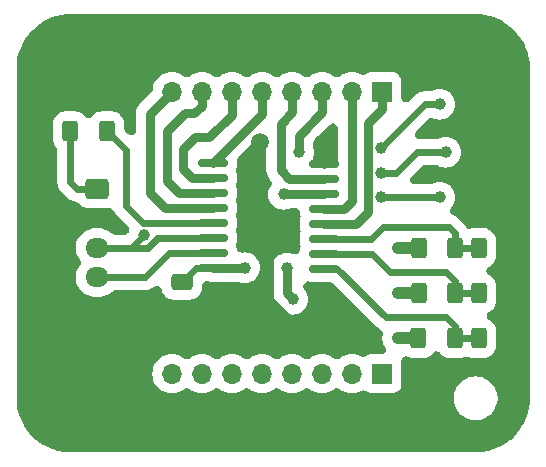
<source format=gbr>
%TF.GenerationSoftware,KiCad,Pcbnew,8.0.5*%
%TF.CreationDate,2025-02-12T18:39:00+02:00*%
%TF.ProjectId,IOExpander_PCF8574,494f4578-7061-46e6-9465-725f50434638,rev?*%
%TF.SameCoordinates,Original*%
%TF.FileFunction,Copper,L1,Top*%
%TF.FilePolarity,Positive*%
%FSLAX46Y46*%
G04 Gerber Fmt 4.6, Leading zero omitted, Abs format (unit mm)*
G04 Created by KiCad (PCBNEW 8.0.5) date 2025-02-12 18:39:00*
%MOMM*%
%LPD*%
G01*
G04 APERTURE LIST*
G04 Aperture macros list*
%AMRoundRect*
0 Rectangle with rounded corners*
0 $1 Rounding radius*
0 $2 $3 $4 $5 $6 $7 $8 $9 X,Y pos of 4 corners*
0 Add a 4 corners polygon primitive as box body*
4,1,4,$2,$3,$4,$5,$6,$7,$8,$9,$2,$3,0*
0 Add four circle primitives for the rounded corners*
1,1,$1+$1,$2,$3*
1,1,$1+$1,$4,$5*
1,1,$1+$1,$6,$7*
1,1,$1+$1,$8,$9*
0 Add four rect primitives between the rounded corners*
20,1,$1+$1,$2,$3,$4,$5,0*
20,1,$1+$1,$4,$5,$6,$7,0*
20,1,$1+$1,$6,$7,$8,$9,0*
20,1,$1+$1,$8,$9,$2,$3,0*%
G04 Aperture macros list end*
%TA.AperFunction,SMDPad,CuDef*%
%ADD10RoundRect,0.250000X0.650000X-0.412500X0.650000X0.412500X-0.650000X0.412500X-0.650000X-0.412500X0*%
%TD*%
%TA.AperFunction,ComponentPad*%
%ADD11RoundRect,0.250000X-0.725000X0.600000X-0.725000X-0.600000X0.725000X-0.600000X0.725000X0.600000X0*%
%TD*%
%TA.AperFunction,ComponentPad*%
%ADD12O,1.950000X1.700000*%
%TD*%
%TA.AperFunction,SMDPad,CuDef*%
%ADD13RoundRect,0.250000X-0.400000X-0.625000X0.400000X-0.625000X0.400000X0.625000X-0.400000X0.625000X0*%
%TD*%
%TA.AperFunction,SMDPad,CuDef*%
%ADD14RoundRect,0.150000X1.100000X0.150000X-1.100000X0.150000X-1.100000X-0.150000X1.100000X-0.150000X0*%
%TD*%
%TA.AperFunction,ComponentPad*%
%ADD15R,1.700000X1.700000*%
%TD*%
%TA.AperFunction,ComponentPad*%
%ADD16O,1.700000X1.700000*%
%TD*%
%TA.AperFunction,ViaPad*%
%ADD17C,1.500000*%
%TD*%
%TA.AperFunction,ViaPad*%
%ADD18C,1.000000*%
%TD*%
%TA.AperFunction,Conductor*%
%ADD19C,0.600000*%
%TD*%
%TA.AperFunction,Conductor*%
%ADD20C,0.800000*%
%TD*%
%TA.AperFunction,Conductor*%
%ADD21C,1.000000*%
%TD*%
%TA.AperFunction,Conductor*%
%ADD22C,1.500000*%
%TD*%
G04 APERTURE END LIST*
D10*
%TO.P,C2,1*%
%TO.N,GND*%
X91948000Y-60617500D03*
%TO.P,C2,2*%
%TO.N,5V*%
X91948000Y-57492500D03*
%TD*%
D11*
%TO.P,J1,1,Pin_1*%
%TO.N,5V*%
X84774000Y-49561200D03*
D12*
%TO.P,J1,2,Pin_2*%
%TO.N,GND*%
X84774000Y-52061200D03*
%TO.P,J1,3,Pin_3*%
%TO.N,/SCL*%
X84774000Y-54561200D03*
%TO.P,J1,4,Pin_4*%
%TO.N,/SDA*%
X84774000Y-57061200D03*
%TD*%
D13*
%TO.P,R16,1*%
%TO.N,/2_A2*%
X117094000Y-54598000D03*
%TO.P,R16,2*%
%TO.N,GND*%
X120194000Y-54598000D03*
%TD*%
%TO.P,R15,1*%
%TO.N,5V*%
X111988000Y-62230000D03*
%TO.P,R15,2*%
%TO.N,/2_A0*%
X115088000Y-62230000D03*
%TD*%
%TO.P,R14,1*%
%TO.N,5V*%
X112014000Y-58420000D03*
%TO.P,R14,2*%
%TO.N,/2_A1*%
X115114000Y-58420000D03*
%TD*%
%TO.P,R13,1*%
%TO.N,5V*%
X112014000Y-54610000D03*
%TO.P,R13,2*%
%TO.N,/2_A2*%
X115114000Y-54610000D03*
%TD*%
D14*
%TO.P,U2,1,A0*%
%TO.N,/2_A0*%
X103987600Y-56337200D03*
%TO.P,U2,2,A1*%
%TO.N,/2_A1*%
X103987600Y-55067200D03*
%TO.P,U2,3,A2*%
%TO.N,/2_A2*%
X103987600Y-53797200D03*
%TO.P,U2,4,P0*%
%TO.N,Net-(J3-Pin_1)*%
X103987600Y-52527200D03*
%TO.P,U2,5,P1*%
%TO.N,Net-(J3-Pin_2)*%
X103987600Y-51257200D03*
%TO.P,U2,6,P2*%
%TO.N,Net-(J3-Pin_3)*%
X103987600Y-49987200D03*
%TO.P,U2,7,P3*%
%TO.N,Net-(J3-Pin_4)*%
X103987600Y-48717200D03*
%TO.P,U2,8,VSS*%
%TO.N,GND*%
X103987600Y-47447200D03*
%TO.P,U2,9,P4*%
%TO.N,Net-(J3-Pin_5)*%
X94589600Y-47396400D03*
%TO.P,U2,10,P5*%
%TO.N,Net-(J3-Pin_6)*%
X94589600Y-48666400D03*
%TO.P,U2,11,P6*%
%TO.N,Net-(J3-Pin_7)*%
X94589600Y-49936400D03*
%TO.P,U2,12,P7*%
%TO.N,Net-(J3-Pin_8)*%
X94589600Y-51206400D03*
%TO.P,U2,13,~{INT}*%
%TO.N,Net-(U2-~{INT})*%
X94589600Y-52476400D03*
%TO.P,U2,14,SCL*%
%TO.N,/SCL*%
X94589600Y-53746400D03*
%TO.P,U2,15,SDA*%
%TO.N,/SDA*%
X94589600Y-55016400D03*
%TO.P,U2,16,VDD*%
%TO.N,5V*%
X94589600Y-56286400D03*
%TD*%
D13*
%TO.P,R18,1*%
%TO.N,/2_A0*%
X117094000Y-62230000D03*
%TO.P,R18,2*%
%TO.N,GND*%
X120194000Y-62230000D03*
%TD*%
%TO.P,R6,1*%
%TO.N,5V*%
X82524000Y-44704000D03*
%TO.P,R6,2*%
%TO.N,Net-(U2-~{INT})*%
X85624000Y-44704000D03*
%TD*%
%TO.P,R17,1*%
%TO.N,/2_A1*%
X117094000Y-58432000D03*
%TO.P,R17,2*%
%TO.N,GND*%
X120194000Y-58432000D03*
%TD*%
D15*
%TO.P,J2,1,Pin_1*%
%TO.N,Net-(J2-Pin_1)*%
X108904000Y-65240000D03*
D16*
%TO.P,J2,2,Pin_2*%
%TO.N,Net-(J2-Pin_2)*%
X106364000Y-65240000D03*
%TO.P,J2,3,Pin_3*%
%TO.N,Net-(J2-Pin_3)*%
X103824000Y-65240000D03*
%TO.P,J2,4,Pin_4*%
%TO.N,Net-(J2-Pin_4)*%
X101284000Y-65240000D03*
%TO.P,J2,5,Pin_5*%
%TO.N,Net-(J2-Pin_5)*%
X98744000Y-65240000D03*
%TO.P,J2,6,Pin_6*%
%TO.N,Net-(J2-Pin_6)*%
X96204000Y-65240000D03*
%TO.P,J2,7,Pin_7*%
%TO.N,Net-(J2-Pin_7)*%
X93664000Y-65240000D03*
%TO.P,J2,8,Pin_8*%
%TO.N,Net-(J2-Pin_8)*%
X91124000Y-65240000D03*
%TD*%
D15*
%TO.P,J3,1,Pin_1*%
%TO.N,Net-(J3-Pin_1)*%
X108904000Y-41364000D03*
D16*
%TO.P,J3,2,Pin_2*%
%TO.N,Net-(J3-Pin_2)*%
X106364000Y-41364000D03*
%TO.P,J3,3,Pin_3*%
%TO.N,Net-(J3-Pin_3)*%
X103824000Y-41364000D03*
%TO.P,J3,4,Pin_4*%
%TO.N,Net-(J3-Pin_4)*%
X101284000Y-41364000D03*
%TO.P,J3,5,Pin_5*%
%TO.N,Net-(J3-Pin_5)*%
X98744000Y-41364000D03*
%TO.P,J3,6,Pin_6*%
%TO.N,Net-(J3-Pin_6)*%
X96204000Y-41364000D03*
%TO.P,J3,7,Pin_7*%
%TO.N,Net-(J3-Pin_7)*%
X93664000Y-41364000D03*
%TO.P,J3,8,Pin_8*%
%TO.N,Net-(J3-Pin_8)*%
X91124000Y-41364000D03*
%TD*%
D17*
%TO.N,GND*%
X100584000Y-53086000D03*
D18*
%TO.N,Net-(J2-Pin_3)*%
X101346000Y-58928000D03*
X100863400Y-56286400D03*
%TO.N,Net-(J3-Pin_3)*%
X101854000Y-46482000D03*
X100584000Y-50038000D03*
%TO.N,/SCL*%
X88773000Y-53467000D03*
%TO.N,5V*%
X110236000Y-62230000D03*
X110236000Y-58420000D03*
X110236000Y-54610000D03*
X97282000Y-56261000D03*
%TO.N,/1_A1*%
X108839000Y-48260000D03*
X114300000Y-46482000D03*
%TO.N,/1_A0*%
X108839000Y-46101000D03*
X113792000Y-42418000D03*
%TO.N,/1_A2*%
X113792000Y-50292000D03*
X108839000Y-50292000D03*
D17*
%TO.N,GND*%
X83439000Y-65151000D03*
X98552000Y-45593000D03*
X84582000Y-62738000D03*
X120142000Y-41910000D03*
X85725000Y-65151000D03*
X82296000Y-62738000D03*
X103886000Y-60960000D03*
X80264000Y-44450000D03*
X103886000Y-45720000D03*
%TD*%
D19*
%TO.N,/1_A0*%
X112522000Y-42418000D02*
X113792000Y-42418000D01*
X108839000Y-46101000D02*
X112522000Y-42418000D01*
D20*
%TO.N,Net-(J2-Pin_3)*%
X100838000Y-56311800D02*
X100838000Y-58420000D01*
X100838000Y-58420000D02*
X101346000Y-58928000D01*
X100863400Y-56286400D02*
X100838000Y-56311800D01*
%TO.N,Net-(J3-Pin_2)*%
X105714800Y-51257200D02*
X103987600Y-51257200D01*
X106364000Y-50608000D02*
X105714800Y-51257200D01*
X106364000Y-41364000D02*
X106364000Y-50608000D01*
%TO.N,Net-(J3-Pin_7)*%
X93664000Y-42545000D02*
X93664000Y-41364000D01*
X94589600Y-49936400D02*
X91719400Y-49936400D01*
X91719400Y-49936400D02*
X90678000Y-48895000D01*
X93029000Y-43180000D02*
X93664000Y-42545000D01*
X90678000Y-48895000D02*
X90678000Y-44704000D01*
X90678000Y-44704000D02*
X92202000Y-43180000D01*
X92202000Y-43180000D02*
X93029000Y-43180000D01*
%TO.N,Net-(J3-Pin_1)*%
X106730800Y-52527200D02*
X107696000Y-51562000D01*
X103987600Y-52527200D02*
X106730800Y-52527200D01*
X107696000Y-51562000D02*
X107696000Y-44007000D01*
X108904000Y-42799000D02*
X108904000Y-41364000D01*
X107696000Y-44007000D02*
X108904000Y-42799000D01*
%TO.N,Net-(J3-Pin_5)*%
X98744000Y-43242000D02*
X98744000Y-41364000D01*
X94589600Y-47396400D02*
X98744000Y-43242000D01*
%TO.N,Net-(J3-Pin_6)*%
X94299000Y-45212000D02*
X96204000Y-43307000D01*
X92075000Y-47879000D02*
X92075000Y-46228000D01*
X96204000Y-43307000D02*
X96204000Y-41364000D01*
X92862400Y-48666400D02*
X92075000Y-47879000D01*
X94589600Y-48666400D02*
X92862400Y-48666400D01*
X93091000Y-45212000D02*
X94299000Y-45212000D01*
X92075000Y-46228000D02*
X93091000Y-45212000D01*
%TO.N,Net-(J3-Pin_8)*%
X89281000Y-43207000D02*
X91124000Y-41364000D01*
X90576400Y-51206400D02*
X89281000Y-49911000D01*
X94589600Y-51206400D02*
X90576400Y-51206400D01*
X89281000Y-49911000D02*
X89281000Y-43207000D01*
%TO.N,Net-(J3-Pin_3)*%
X101854000Y-46482000D02*
X101854000Y-45085000D01*
X103987600Y-49987200D02*
X101269800Y-49987200D01*
X101854000Y-45085000D02*
X103824000Y-43115000D01*
X103987600Y-49987200D02*
X100634800Y-49987200D01*
X103824000Y-43115000D02*
X103824000Y-41364000D01*
X100634800Y-49987200D02*
X100584000Y-50038000D01*
%TO.N,Net-(J3-Pin_4)*%
X100330000Y-44069000D02*
X100330000Y-48006000D01*
X101284000Y-41364000D02*
X101284000Y-43115000D01*
X100330000Y-48006000D02*
X101041200Y-48717200D01*
X101284000Y-43115000D02*
X100330000Y-44069000D01*
X101041200Y-48717200D02*
X103987600Y-48717200D01*
D19*
%TO.N,/SCL*%
X88773000Y-53467000D02*
X87678800Y-54561200D01*
X87678800Y-54561200D02*
X87424800Y-54561200D01*
X87424800Y-54561200D02*
X89075800Y-54561200D01*
X84774000Y-54561200D02*
X88978200Y-54561200D01*
X94589600Y-53746400D02*
X89890600Y-53746400D01*
X89890600Y-53746400D02*
X89075800Y-54561200D01*
X88978200Y-54561200D02*
X89075800Y-54561200D01*
X87424800Y-54561200D02*
X84774000Y-54561200D01*
D21*
%TO.N,5V*%
X112014000Y-54610000D02*
X110236000Y-54610000D01*
D20*
X97282000Y-56261000D02*
X94615000Y-56261000D01*
D19*
X84805200Y-49530000D02*
X84774000Y-49561200D01*
X94589600Y-56286400D02*
X93154100Y-56286400D01*
X82524000Y-44704000D02*
X82524000Y-48996000D01*
X82524000Y-48996000D02*
X83089200Y-49561200D01*
D20*
X97282000Y-56261000D02*
X96647000Y-56261000D01*
D19*
X93154100Y-56286400D02*
X91948000Y-57492500D01*
D21*
X112014000Y-58420000D02*
X110236000Y-58420000D01*
X111988000Y-62230000D02*
X110236000Y-62230000D01*
D19*
X96647000Y-56261000D02*
X94615000Y-56261000D01*
D20*
X94615000Y-56261000D02*
X94589600Y-56286400D01*
D19*
X83089200Y-49561200D02*
X84774000Y-49561200D01*
%TO.N,/SDA*%
X90906600Y-55016400D02*
X90233500Y-55689500D01*
X88861800Y-57061200D02*
X90233500Y-55689500D01*
X84774000Y-57061200D02*
X88861800Y-57061200D01*
X94589600Y-55016400D02*
X90906600Y-55016400D01*
%TO.N,Net-(U2-~{INT})*%
X88646000Y-52451000D02*
X87249000Y-51054000D01*
X94589600Y-52476400D02*
X94361000Y-52476400D01*
X87249000Y-46329000D02*
X85624000Y-44704000D01*
X94335600Y-52451000D02*
X88646000Y-52451000D01*
X94361000Y-52476400D02*
X94335600Y-52451000D01*
X87249000Y-51054000D02*
X87249000Y-46329000D01*
%TO.N,/1_A1*%
X110109000Y-48260000D02*
X111887000Y-46482000D01*
X111887000Y-46482000D02*
X114300000Y-46482000D01*
X108839000Y-48260000D02*
X110109000Y-48260000D01*
%TO.N,/1_A2*%
X108839000Y-50292000D02*
X113792000Y-50292000D01*
D22*
%TO.N,GND*%
X82033200Y-52061200D02*
X84774000Y-52061200D01*
X120194000Y-58432000D02*
X120194000Y-54598000D01*
D20*
X86233000Y-61087000D02*
X85661500Y-61658500D01*
D21*
X98552000Y-45593000D02*
X98552000Y-54864000D01*
X99244000Y-59112000D02*
X101092000Y-60960000D01*
D19*
X91948000Y-60617500D02*
X96558500Y-60617500D01*
D22*
X80264000Y-44450000D02*
X80264000Y-50292000D01*
D19*
X83439000Y-65151000D02*
X85725000Y-65151000D01*
X102362000Y-60960000D02*
X96901000Y-60960000D01*
D21*
X99244000Y-55556000D02*
X99244000Y-59112000D01*
D22*
X80264000Y-50292000D02*
X82033200Y-52061200D01*
D20*
X86702500Y-60617500D02*
X85661500Y-61658500D01*
D21*
X101092000Y-60960000D02*
X103886000Y-60960000D01*
D19*
X86702500Y-60617500D02*
X86233000Y-61087000D01*
D22*
X120194000Y-62230000D02*
X120194000Y-58432000D01*
D20*
X103987600Y-47447200D02*
X103987600Y-45821600D01*
D22*
X120194000Y-41962000D02*
X120142000Y-41910000D01*
D21*
X101092000Y-60960000D02*
X102362000Y-60960000D01*
D19*
X82296000Y-62738000D02*
X84582000Y-62738000D01*
D20*
X85661500Y-61658500D02*
X84582000Y-62738000D01*
D22*
X120194000Y-42216000D02*
X120194000Y-41962000D01*
D21*
X98552000Y-54864000D02*
X99244000Y-55556000D01*
D20*
X103987600Y-45821600D02*
X103886000Y-45720000D01*
D22*
X120194000Y-54598000D02*
X120194000Y-42216000D01*
D19*
X85725000Y-65151000D02*
X85725000Y-63881000D01*
X96558500Y-60617500D02*
X96901000Y-60960000D01*
D20*
X91948000Y-60617500D02*
X86702500Y-60617500D01*
D19*
X85725000Y-63881000D02*
X84582000Y-62738000D01*
%TO.N,/2_A2*%
X114554000Y-52832000D02*
X115062000Y-53340000D01*
X103987600Y-53797200D02*
X108000800Y-53797200D01*
X108966000Y-52832000D02*
X114554000Y-52832000D01*
X115062000Y-53340000D02*
X115062000Y-54558000D01*
X115062000Y-54558000D02*
X115114000Y-54610000D01*
X117094000Y-54598000D02*
X115126000Y-54598000D01*
X115126000Y-54598000D02*
X115114000Y-54610000D01*
X108000800Y-53797200D02*
X108966000Y-52832000D01*
%TO.N,/2_A1*%
X108026200Y-55067200D02*
X109601000Y-56642000D01*
X115126000Y-58432000D02*
X115114000Y-58420000D01*
X117094000Y-58432000D02*
X115126000Y-58432000D01*
X109601000Y-56642000D02*
X114352000Y-56642000D01*
X103987600Y-55067200D02*
X108026200Y-55067200D01*
X115114000Y-57404000D02*
X115114000Y-58420000D01*
X114352000Y-56642000D02*
X115114000Y-57404000D01*
%TO.N,/2_A0*%
X117094000Y-62230000D02*
X115088000Y-62230000D01*
X105105200Y-56337200D02*
X109220000Y-60452000D01*
X115088000Y-61188000D02*
X115088000Y-62230000D01*
X103987600Y-56337200D02*
X105105200Y-56337200D01*
X109220000Y-60452000D02*
X114352000Y-60452000D01*
X114352000Y-60452000D02*
X115088000Y-61188000D01*
%TD*%
%TA.AperFunction,Conductor*%
%TO.N,GND*%
G36*
X104945642Y-44081023D02*
G01*
X105046636Y-44154399D01*
X105120012Y-44255393D01*
X105158588Y-44374118D01*
X105163500Y-44436535D01*
X105163500Y-47217700D01*
X105143972Y-47340998D01*
X105087298Y-47452226D01*
X104999026Y-47540498D01*
X104887798Y-47597172D01*
X104764500Y-47616700D01*
X104548704Y-47616700D01*
X104425409Y-47597172D01*
X104380253Y-47582500D01*
X104268723Y-47546261D01*
X104268719Y-47546260D01*
X104268718Y-47546260D01*
X104082081Y-47516700D01*
X104082078Y-47516700D01*
X103432760Y-47516700D01*
X103309462Y-47497172D01*
X103198234Y-47440498D01*
X103109962Y-47352226D01*
X103053288Y-47240998D01*
X103033760Y-47117700D01*
X103053288Y-46994402D01*
X103071142Y-46949077D01*
X103072409Y-46946358D01*
X103080739Y-46928496D01*
X103139635Y-46708692D01*
X103159468Y-46482000D01*
X103139635Y-46255308D01*
X103080739Y-46035504D01*
X103080737Y-46035501D01*
X103078562Y-46029523D01*
X103077045Y-46021719D01*
X103076230Y-46018677D01*
X103076442Y-46018619D01*
X103054743Y-45906981D01*
X103054500Y-45893058D01*
X103054500Y-45747535D01*
X103074028Y-45624237D01*
X103130702Y-45513009D01*
X103171364Y-45465399D01*
X104482364Y-44154399D01*
X104583358Y-44081023D01*
X104702083Y-44042447D01*
X104826917Y-44042447D01*
X104945642Y-44081023D01*
G37*
%TD.AperFunction*%
%TA.AperFunction,Conductor*%
G36*
X116848703Y-34790879D02*
G01*
X117221733Y-34807166D01*
X117256399Y-34810199D01*
X117617950Y-34857799D01*
X117652222Y-34863841D01*
X118008257Y-34942773D01*
X118041867Y-34951778D01*
X118389681Y-35061444D01*
X118422366Y-35073340D01*
X118759300Y-35212902D01*
X118790808Y-35227594D01*
X119114313Y-35396001D01*
X119144432Y-35413390D01*
X119452001Y-35609333D01*
X119480513Y-35629298D01*
X119769821Y-35851291D01*
X119796486Y-35873665D01*
X120065351Y-36120034D01*
X120089965Y-36144648D01*
X120336334Y-36413513D01*
X120358708Y-36440178D01*
X120580701Y-36729486D01*
X120600666Y-36757998D01*
X120796601Y-37065554D01*
X120814002Y-37095693D01*
X120982400Y-37419182D01*
X120997104Y-37450715D01*
X121136654Y-37787621D01*
X121148559Y-37820329D01*
X121258218Y-38168123D01*
X121267227Y-38201746D01*
X121346157Y-38557776D01*
X121352201Y-38592055D01*
X121399799Y-38953595D01*
X121402833Y-38988270D01*
X121419120Y-39361295D01*
X121419500Y-39378700D01*
X121419500Y-67301299D01*
X121419120Y-67318704D01*
X121402833Y-67691729D01*
X121399799Y-67726404D01*
X121352201Y-68087944D01*
X121346157Y-68122223D01*
X121267227Y-68478253D01*
X121258218Y-68511876D01*
X121148559Y-68859670D01*
X121136654Y-68892378D01*
X120997104Y-69229284D01*
X120982393Y-69260833D01*
X120814005Y-69584301D01*
X120796601Y-69614445D01*
X120600666Y-69922001D01*
X120580701Y-69950513D01*
X120358708Y-70239821D01*
X120336334Y-70266486D01*
X120089965Y-70535351D01*
X120065351Y-70559965D01*
X119796486Y-70806334D01*
X119769821Y-70828708D01*
X119480513Y-71050701D01*
X119452001Y-71070666D01*
X119144445Y-71266601D01*
X119114301Y-71284005D01*
X118974027Y-71357027D01*
X118790826Y-71452396D01*
X118759284Y-71467104D01*
X118422378Y-71606654D01*
X118389670Y-71618559D01*
X118041876Y-71728218D01*
X118008253Y-71737227D01*
X117652223Y-71816157D01*
X117617944Y-71822201D01*
X117256404Y-71869799D01*
X117221729Y-71872833D01*
X116877125Y-71887879D01*
X116848702Y-71889120D01*
X116831300Y-71889500D01*
X82558700Y-71889500D01*
X82541297Y-71889120D01*
X82511205Y-71887806D01*
X82168270Y-71872833D01*
X82133595Y-71869799D01*
X81772055Y-71822201D01*
X81737776Y-71816157D01*
X81381746Y-71737227D01*
X81348123Y-71728218D01*
X81000329Y-71618559D01*
X80967621Y-71606654D01*
X80938388Y-71594545D01*
X80630709Y-71467101D01*
X80599182Y-71452400D01*
X80275693Y-71284002D01*
X80245560Y-71266604D01*
X79937998Y-71070666D01*
X79909486Y-71050701D01*
X79620178Y-70828708D01*
X79593513Y-70806334D01*
X79324648Y-70559965D01*
X79300034Y-70535351D01*
X79053665Y-70266486D01*
X79031291Y-70239821D01*
X78809298Y-69950513D01*
X78789333Y-69922001D01*
X78614860Y-69648133D01*
X78593390Y-69614432D01*
X78576001Y-69584313D01*
X78407594Y-69260808D01*
X78392902Y-69229300D01*
X78253340Y-68892366D01*
X78241444Y-68859681D01*
X78131778Y-68511867D01*
X78122772Y-68478253D01*
X78043842Y-68122223D01*
X78037798Y-68087944D01*
X78021799Y-67966424D01*
X77990199Y-67726399D01*
X77987166Y-67691727D01*
X77970880Y-67318702D01*
X77970500Y-67301299D01*
X77970500Y-67188712D01*
X114989500Y-67188712D01*
X114989500Y-67431288D01*
X115002398Y-67529258D01*
X115021161Y-67671789D01*
X115021162Y-67671791D01*
X115083943Y-67906093D01*
X115083946Y-67906100D01*
X115176776Y-68130212D01*
X115176777Y-68130215D01*
X115176779Y-68130218D01*
X115298064Y-68340290D01*
X115429727Y-68511876D01*
X115445735Y-68532738D01*
X115617262Y-68704265D01*
X115617266Y-68704268D01*
X115617267Y-68704269D01*
X115809709Y-68851935D01*
X116019781Y-68973220D01*
X116019788Y-68973224D01*
X116243900Y-69066054D01*
X116243903Y-69066054D01*
X116243906Y-69066056D01*
X116400107Y-69107910D01*
X116478208Y-69128837D01*
X116478210Y-69128838D01*
X116518294Y-69134115D01*
X116718712Y-69160500D01*
X116718717Y-69160500D01*
X116961283Y-69160500D01*
X116961288Y-69160500D01*
X117201789Y-69128838D01*
X117436100Y-69066054D01*
X117660212Y-68973224D01*
X117870289Y-68851936D01*
X118062738Y-68704265D01*
X118234265Y-68532738D01*
X118381936Y-68340289D01*
X118503224Y-68130212D01*
X118596054Y-67906100D01*
X118658838Y-67671789D01*
X118690500Y-67431288D01*
X118690500Y-67188712D01*
X118658838Y-66948211D01*
X118623355Y-66815788D01*
X118596056Y-66713906D01*
X118596049Y-66713888D01*
X118503224Y-66489788D01*
X118457556Y-66410689D01*
X118381935Y-66279709D01*
X118234269Y-66087267D01*
X118234268Y-66087266D01*
X118234265Y-66087262D01*
X118062738Y-65915735D01*
X118062733Y-65915731D01*
X118062732Y-65915730D01*
X117870290Y-65768064D01*
X117660218Y-65646779D01*
X117660215Y-65646777D01*
X117660212Y-65646776D01*
X117436100Y-65553946D01*
X117436093Y-65553943D01*
X117201791Y-65491162D01*
X117201789Y-65491161D01*
X117056753Y-65472067D01*
X116961288Y-65459500D01*
X116718712Y-65459500D01*
X116630268Y-65471143D01*
X116478210Y-65491161D01*
X116478208Y-65491162D01*
X116243906Y-65553943D01*
X116019781Y-65646779D01*
X115809709Y-65768064D01*
X115617267Y-65915730D01*
X115445730Y-66087267D01*
X115298064Y-66279709D01*
X115176779Y-66489781D01*
X115083943Y-66713906D01*
X115021162Y-66948208D01*
X115021161Y-66948210D01*
X115001143Y-67100268D01*
X114989500Y-67188712D01*
X77970500Y-67188712D01*
X77970500Y-44027392D01*
X81073500Y-44027392D01*
X81073500Y-45380608D01*
X81088700Y-45534934D01*
X81148768Y-45732954D01*
X81246315Y-45915450D01*
X81332932Y-46020993D01*
X81396055Y-46128691D01*
X81422808Y-46250625D01*
X81423500Y-46274115D01*
X81423500Y-48909389D01*
X81423500Y-49082611D01*
X81441912Y-49198861D01*
X81450599Y-49253707D01*
X81504124Y-49418436D01*
X81504127Y-49418445D01*
X81582768Y-49572789D01*
X81684585Y-49712927D01*
X82372272Y-50400614D01*
X82512404Y-50502427D01*
X82512408Y-50502429D01*
X82512412Y-50502432D01*
X82635512Y-50565154D01*
X82635515Y-50565156D01*
X82666746Y-50581069D01*
X82666752Y-50581071D01*
X82666755Y-50581073D01*
X82831500Y-50634603D01*
X82965649Y-50655849D01*
X83084368Y-50694422D01*
X83185363Y-50767796D01*
X83211658Y-50796809D01*
X83302590Y-50907610D01*
X83462550Y-51038885D01*
X83645046Y-51136432D01*
X83843066Y-51196500D01*
X83997392Y-51211700D01*
X83997397Y-51211700D01*
X85550603Y-51211700D01*
X85550608Y-51211700D01*
X85704934Y-51196500D01*
X85724902Y-51190442D01*
X85848557Y-51173338D01*
X85971448Y-51195282D01*
X86081543Y-51254128D01*
X86168065Y-51344115D01*
X86220196Y-51448960D01*
X86224889Y-51463402D01*
X86229127Y-51476444D01*
X86229127Y-51476445D01*
X86307768Y-51630789D01*
X86409585Y-51770927D01*
X87379022Y-52740364D01*
X87452398Y-52841358D01*
X87490974Y-52960083D01*
X87490974Y-53084917D01*
X87452398Y-53203642D01*
X87379025Y-53304632D01*
X87339826Y-53343832D01*
X87238834Y-53417209D01*
X87120109Y-53455787D01*
X87057687Y-53460700D01*
X86297931Y-53460700D01*
X86174633Y-53441172D01*
X86063405Y-53384498D01*
X86015801Y-53343841D01*
X85974229Y-53302269D01*
X85870066Y-53226590D01*
X85764050Y-53149565D01*
X85532575Y-53031622D01*
X85532572Y-53031621D01*
X85285494Y-52951340D01*
X85199378Y-52937701D01*
X85028897Y-52910700D01*
X84519103Y-52910700D01*
X84365145Y-52935084D01*
X84262505Y-52951340D01*
X84015427Y-53031621D01*
X84015424Y-53031622D01*
X83783949Y-53149565D01*
X83573773Y-53302267D01*
X83390067Y-53485973D01*
X83237365Y-53696149D01*
X83119422Y-53927624D01*
X83119421Y-53927627D01*
X83039140Y-54174705D01*
X83019042Y-54301606D01*
X82998500Y-54431303D01*
X82998500Y-54691097D01*
X83007615Y-54748648D01*
X83039140Y-54947694D01*
X83119421Y-55194772D01*
X83119422Y-55194775D01*
X83237367Y-55426253D01*
X83237368Y-55426255D01*
X83346654Y-55576675D01*
X83403328Y-55687903D01*
X83422856Y-55811201D01*
X83403327Y-55934499D01*
X83346654Y-56045725D01*
X83237368Y-56196144D01*
X83237367Y-56196146D01*
X83119422Y-56427624D01*
X83119421Y-56427627D01*
X83039140Y-56674705D01*
X83018820Y-56803005D01*
X82998500Y-56931303D01*
X82998500Y-57191097D01*
X83013362Y-57284934D01*
X83039140Y-57447694D01*
X83119421Y-57694772D01*
X83119422Y-57694775D01*
X83237365Y-57926250D01*
X83271697Y-57973504D01*
X83390069Y-58136429D01*
X83573771Y-58320131D01*
X83783949Y-58472834D01*
X84015428Y-58590779D01*
X84262507Y-58671060D01*
X84519103Y-58711700D01*
X84519106Y-58711700D01*
X85028894Y-58711700D01*
X85028897Y-58711700D01*
X85285493Y-58671060D01*
X85532572Y-58590779D01*
X85764051Y-58472834D01*
X85974229Y-58320131D01*
X86015798Y-58278561D01*
X86116789Y-58205188D01*
X86235514Y-58166612D01*
X86297931Y-58161700D01*
X88948408Y-58161700D01*
X88948411Y-58161700D01*
X89119501Y-58134602D01*
X89284245Y-58081073D01*
X89438588Y-58002432D01*
X89578728Y-57900614D01*
X89586481Y-57892861D01*
X89687472Y-57819482D01*
X89806196Y-57780903D01*
X89931031Y-57780900D01*
X90049757Y-57819473D01*
X90150752Y-57892846D01*
X90224131Y-57993837D01*
X90259955Y-58097138D01*
X90262697Y-58110922D01*
X90262699Y-58110930D01*
X90262700Y-58110934D01*
X90322768Y-58308954D01*
X90380032Y-58416087D01*
X90414998Y-58481504D01*
X90420315Y-58491450D01*
X90551590Y-58651410D01*
X90711550Y-58782685D01*
X90894046Y-58880232D01*
X91092066Y-58940300D01*
X91246392Y-58955500D01*
X91246397Y-58955500D01*
X92649603Y-58955500D01*
X92649608Y-58955500D01*
X92803934Y-58940300D01*
X93001954Y-58880232D01*
X93184450Y-58782685D01*
X93344410Y-58651410D01*
X93475685Y-58491450D01*
X93573232Y-58308954D01*
X93633300Y-58110934D01*
X93648500Y-57956608D01*
X93648500Y-57792074D01*
X93668028Y-57668776D01*
X93724702Y-57557548D01*
X93812974Y-57469276D01*
X93924202Y-57412602D01*
X94047500Y-57393074D01*
X94170789Y-57412600D01*
X94208086Y-57424719D01*
X94308474Y-57457338D01*
X94308477Y-57457338D01*
X94308482Y-57457340D01*
X94495119Y-57486900D01*
X94495122Y-57486900D01*
X94684079Y-57486900D01*
X94684081Y-57486900D01*
X94813439Y-57466412D01*
X94875855Y-57461500D01*
X96552519Y-57461500D01*
X96693058Y-57461500D01*
X96816356Y-57481028D01*
X96829528Y-57485564D01*
X96835504Y-57487739D01*
X97055308Y-57546635D01*
X97282000Y-57566468D01*
X97508692Y-57546635D01*
X97728496Y-57487739D01*
X97934734Y-57391568D01*
X98121139Y-57261047D01*
X98282047Y-57100139D01*
X98412568Y-56913734D01*
X98508739Y-56707496D01*
X98567635Y-56487692D01*
X98587468Y-56261000D01*
X98567635Y-56034308D01*
X98508739Y-55814504D01*
X98507198Y-55811200D01*
X98412569Y-55608268D01*
X98412566Y-55608263D01*
X98282050Y-55421865D01*
X98282049Y-55421864D01*
X98282047Y-55421861D01*
X98121139Y-55260953D01*
X98121135Y-55260950D01*
X98121134Y-55260949D01*
X97934736Y-55130433D01*
X97934731Y-55130430D01*
X97728496Y-55034260D01*
X97508696Y-54975366D01*
X97508694Y-54975365D01*
X97508692Y-54975365D01*
X97282000Y-54955532D01*
X97281999Y-54955532D01*
X97045718Y-54976204D01*
X96921187Y-54967496D01*
X96805442Y-54920732D01*
X96709814Y-54840489D01*
X96643661Y-54734623D01*
X96627338Y-54688487D01*
X96576837Y-54511994D01*
X96576835Y-54511990D01*
X96571270Y-54492541D01*
X96575185Y-54491420D01*
X96556196Y-54407753D01*
X96567538Y-54283435D01*
X96571772Y-54270403D01*
X96571270Y-54270260D01*
X96576835Y-54250808D01*
X96576837Y-54250806D01*
X96630017Y-54064952D01*
X96640100Y-53951538D01*
X96640100Y-53541262D01*
X96630017Y-53427848D01*
X96576837Y-53241994D01*
X96576835Y-53241991D01*
X96571270Y-53222540D01*
X96575185Y-53221419D01*
X96556196Y-53137753D01*
X96567538Y-53013435D01*
X96571772Y-53000403D01*
X96571270Y-53000260D01*
X96576835Y-52980808D01*
X96576837Y-52980806D01*
X96630017Y-52794952D01*
X96640100Y-52681538D01*
X96640100Y-52271262D01*
X96630017Y-52157848D01*
X96576837Y-51971994D01*
X96576835Y-51971991D01*
X96571270Y-51952540D01*
X96575185Y-51951419D01*
X96556196Y-51867753D01*
X96567538Y-51743435D01*
X96571772Y-51730403D01*
X96571270Y-51730260D01*
X96576835Y-51710808D01*
X96576837Y-51710806D01*
X96630017Y-51524952D01*
X96640100Y-51411538D01*
X96640100Y-51001262D01*
X96630017Y-50887848D01*
X96576837Y-50701994D01*
X96576835Y-50701991D01*
X96571270Y-50682540D01*
X96575185Y-50681419D01*
X96556196Y-50597753D01*
X96567538Y-50473435D01*
X96571772Y-50460403D01*
X96571270Y-50460260D01*
X96576835Y-50440808D01*
X96576837Y-50440806D01*
X96630017Y-50254952D01*
X96640100Y-50141538D01*
X96640100Y-49731262D01*
X96630017Y-49617848D01*
X96576837Y-49431994D01*
X96576835Y-49431991D01*
X96571270Y-49412540D01*
X96575185Y-49411419D01*
X96556196Y-49327753D01*
X96567538Y-49203435D01*
X96571772Y-49190403D01*
X96571270Y-49190260D01*
X96576835Y-49170808D01*
X96576837Y-49170806D01*
X96630017Y-48984952D01*
X96640100Y-48871538D01*
X96640100Y-48461262D01*
X96630017Y-48347848D01*
X96576837Y-48161994D01*
X96576835Y-48161991D01*
X96571270Y-48142540D01*
X96575185Y-48141419D01*
X96556196Y-48057753D01*
X96567538Y-47933435D01*
X96571772Y-47920403D01*
X96571270Y-47920260D01*
X96576835Y-47900808D01*
X96576837Y-47900806D01*
X96630017Y-47714952D01*
X96640100Y-47601538D01*
X96640100Y-47208934D01*
X96659628Y-47085636D01*
X96716302Y-46974408D01*
X96756964Y-46926798D01*
X97869490Y-45814272D01*
X98448366Y-45235396D01*
X98549358Y-45162022D01*
X98668083Y-45123446D01*
X98792917Y-45123446D01*
X98911642Y-45162022D01*
X99012636Y-45235398D01*
X99086012Y-45336392D01*
X99124588Y-45455117D01*
X99129500Y-45517534D01*
X99129500Y-47911519D01*
X99129500Y-48100481D01*
X99139243Y-48161994D01*
X99159061Y-48287123D01*
X99217452Y-48466830D01*
X99303241Y-48635201D01*
X99414306Y-48788069D01*
X99414310Y-48788074D01*
X99446524Y-48820288D01*
X99519900Y-48921278D01*
X99558477Y-49040002D01*
X99558478Y-49164837D01*
X99519904Y-49283562D01*
X99491235Y-49331277D01*
X99453430Y-49385269D01*
X99357260Y-49591503D01*
X99298366Y-49811303D01*
X99298365Y-49811308D01*
X99278532Y-50038000D01*
X99298365Y-50264691D01*
X99298366Y-50264696D01*
X99357260Y-50484496D01*
X99453430Y-50690731D01*
X99453433Y-50690736D01*
X99507390Y-50767796D01*
X99583953Y-50877139D01*
X99744861Y-51038047D01*
X99744864Y-51038049D01*
X99744865Y-51038050D01*
X99931263Y-51168566D01*
X99931268Y-51168569D01*
X100137503Y-51264739D01*
X100200953Y-51281740D01*
X100357308Y-51323635D01*
X100584000Y-51343468D01*
X100810692Y-51323635D01*
X101030496Y-51264739D01*
X101091727Y-51236186D01*
X101115539Y-51225083D01*
X101235538Y-51190674D01*
X101284163Y-51187700D01*
X101547582Y-51187700D01*
X101670880Y-51207228D01*
X101782108Y-51263902D01*
X101870380Y-51352174D01*
X101927054Y-51463402D01*
X101945014Y-51551365D01*
X101947181Y-51575740D01*
X101947184Y-51575756D01*
X102005929Y-51781061D01*
X102002027Y-51782177D01*
X102021018Y-51866096D01*
X102009598Y-51990407D01*
X102005441Y-52003199D01*
X102005929Y-52003339D01*
X101947184Y-52208643D01*
X101947181Y-52208660D01*
X101937100Y-52322050D01*
X101937100Y-52732349D01*
X101947181Y-52845739D01*
X101947184Y-52845756D01*
X102005929Y-53051061D01*
X102002027Y-53052177D01*
X102021018Y-53136096D01*
X102009598Y-53260407D01*
X102005441Y-53273199D01*
X102005929Y-53273339D01*
X101947184Y-53478643D01*
X101947181Y-53478660D01*
X101937100Y-53592050D01*
X101937100Y-54002349D01*
X101947181Y-54115739D01*
X101947184Y-54115756D01*
X102005929Y-54321061D01*
X102002027Y-54322177D01*
X102021018Y-54406096D01*
X102009598Y-54530407D01*
X102005441Y-54543199D01*
X102005929Y-54543339D01*
X101947184Y-54748643D01*
X101947181Y-54748658D01*
X101945650Y-54765882D01*
X101915278Y-54886966D01*
X101848976Y-54992738D01*
X101753234Y-55072844D01*
X101637423Y-55119444D01*
X101512880Y-55127976D01*
X101391796Y-55097604D01*
X101379594Y-55092161D01*
X101309897Y-55059661D01*
X101090096Y-55000766D01*
X101090094Y-55000765D01*
X101090092Y-55000765D01*
X100863400Y-54980932D01*
X100636708Y-55000765D01*
X100636703Y-55000766D01*
X100416903Y-55059660D01*
X100210668Y-55155830D01*
X100210663Y-55155833D01*
X100024265Y-55286349D01*
X99863349Y-55447265D01*
X99732833Y-55633663D01*
X99732830Y-55633668D01*
X99636660Y-55839903D01*
X99577766Y-56059703D01*
X99577765Y-56059708D01*
X99557932Y-56286400D01*
X99577765Y-56513092D01*
X99623905Y-56685292D01*
X99637500Y-56788555D01*
X99637500Y-58325519D01*
X99637500Y-58514481D01*
X99667060Y-58701118D01*
X99667061Y-58701123D01*
X99725452Y-58880830D01*
X99811241Y-59049201D01*
X99922306Y-59202069D01*
X99922314Y-59202078D01*
X100090946Y-59370711D01*
X100164322Y-59471705D01*
X100170426Y-59484219D01*
X100215432Y-59580735D01*
X100215433Y-59580736D01*
X100259347Y-59643453D01*
X100345953Y-59767139D01*
X100506861Y-59928047D01*
X100506864Y-59928049D01*
X100506865Y-59928050D01*
X100693263Y-60058566D01*
X100693268Y-60058569D01*
X100899503Y-60154739D01*
X100962953Y-60171740D01*
X101119308Y-60213635D01*
X101346000Y-60233468D01*
X101572692Y-60213635D01*
X101792496Y-60154739D01*
X101998734Y-60058568D01*
X102185139Y-59928047D01*
X102346047Y-59767139D01*
X102476568Y-59580734D01*
X102572739Y-59374496D01*
X102631635Y-59154692D01*
X102651468Y-58928000D01*
X102631635Y-58701308D01*
X102572739Y-58481504D01*
X102568696Y-58472834D01*
X102476569Y-58275268D01*
X102476566Y-58275263D01*
X102346050Y-58088865D01*
X102334847Y-58075514D01*
X102337832Y-58073008D01*
X102284752Y-57999949D01*
X102246176Y-57881224D01*
X102246176Y-57756390D01*
X102284752Y-57637665D01*
X102358128Y-57536671D01*
X102459122Y-57463295D01*
X102577847Y-57424719D01*
X102702681Y-57424719D01*
X102713158Y-57426522D01*
X102719043Y-57427615D01*
X102719048Y-57427617D01*
X102719052Y-57427617D01*
X102719061Y-57427619D01*
X102832450Y-57437699D01*
X102832458Y-57437700D01*
X102832462Y-57437700D01*
X103900989Y-57437700D01*
X104484086Y-57437700D01*
X104607384Y-57457228D01*
X104718612Y-57513902D01*
X104766222Y-57554564D01*
X108380586Y-61168928D01*
X108503072Y-61291414D01*
X108643212Y-61393232D01*
X108766190Y-61455892D01*
X108867183Y-61529266D01*
X108940560Y-61630259D01*
X108979137Y-61748983D01*
X108979138Y-61873818D01*
X108970442Y-61910047D01*
X108971182Y-61910225D01*
X108967522Y-61925466D01*
X108965444Y-61938589D01*
X108956765Y-61979422D01*
X108950364Y-62003309D01*
X108945619Y-62057544D01*
X108942227Y-62085174D01*
X108935500Y-62127650D01*
X108935500Y-62155791D01*
X108933982Y-62190563D01*
X108930532Y-62229999D01*
X108933982Y-62269433D01*
X108935500Y-62304207D01*
X108935500Y-62332350D01*
X108942227Y-62374827D01*
X108945619Y-62402456D01*
X108950365Y-62456694D01*
X108956765Y-62480580D01*
X108965443Y-62521406D01*
X108966829Y-62530156D01*
X108967523Y-62534536D01*
X108967525Y-62534540D01*
X108985393Y-62589533D01*
X108991325Y-62609561D01*
X109009258Y-62676489D01*
X109009260Y-62676495D01*
X109013423Y-62685422D01*
X109028651Y-62724079D01*
X109030777Y-62729213D01*
X109063766Y-62793958D01*
X109069868Y-62806469D01*
X109105434Y-62882738D01*
X109106513Y-62884607D01*
X109116486Y-62899817D01*
X109123712Y-62911608D01*
X109155946Y-62955975D01*
X109212619Y-63067204D01*
X109232147Y-63190502D01*
X109212618Y-63313799D01*
X109155944Y-63425028D01*
X109067672Y-63513299D01*
X108956443Y-63569972D01*
X108833147Y-63589500D01*
X108009037Y-63589500D01*
X107874748Y-63604631D01*
X107874745Y-63604632D01*
X107704478Y-63664211D01*
X107555100Y-63758072D01*
X107542304Y-63766112D01*
X107427515Y-63815175D01*
X107303182Y-63826365D01*
X107181478Y-63798587D01*
X107121544Y-63768471D01*
X107115629Y-63764846D01*
X106875609Y-63665426D01*
X106622991Y-63604778D01*
X106364001Y-63584396D01*
X106363999Y-63584396D01*
X106105008Y-63604778D01*
X105852390Y-63665426D01*
X105612370Y-63764846D01*
X105390867Y-63900582D01*
X105390853Y-63900593D01*
X105353126Y-63932815D01*
X105246687Y-63998040D01*
X105125301Y-64027180D01*
X105000851Y-64017385D01*
X104885519Y-63969611D01*
X104834874Y-63932815D01*
X104797146Y-63900593D01*
X104797132Y-63900582D01*
X104575629Y-63764846D01*
X104335609Y-63665426D01*
X104082991Y-63604778D01*
X103824001Y-63584396D01*
X103823999Y-63584396D01*
X103565008Y-63604778D01*
X103312390Y-63665426D01*
X103072370Y-63764846D01*
X102850867Y-63900582D01*
X102850853Y-63900593D01*
X102813126Y-63932815D01*
X102706687Y-63998040D01*
X102585301Y-64027180D01*
X102460851Y-64017385D01*
X102345519Y-63969611D01*
X102294874Y-63932815D01*
X102257146Y-63900593D01*
X102257132Y-63900582D01*
X102035629Y-63764846D01*
X101795609Y-63665426D01*
X101542991Y-63604778D01*
X101284001Y-63584396D01*
X101283999Y-63584396D01*
X101025008Y-63604778D01*
X100772390Y-63665426D01*
X100532370Y-63764846D01*
X100310867Y-63900582D01*
X100310853Y-63900593D01*
X100273126Y-63932815D01*
X100166687Y-63998040D01*
X100045301Y-64027180D01*
X99920851Y-64017385D01*
X99805519Y-63969611D01*
X99754874Y-63932815D01*
X99717146Y-63900593D01*
X99717132Y-63900582D01*
X99495629Y-63764846D01*
X99255609Y-63665426D01*
X99002991Y-63604778D01*
X98744001Y-63584396D01*
X98743999Y-63584396D01*
X98485008Y-63604778D01*
X98232390Y-63665426D01*
X97992370Y-63764846D01*
X97770867Y-63900582D01*
X97770853Y-63900593D01*
X97733126Y-63932815D01*
X97626687Y-63998040D01*
X97505301Y-64027180D01*
X97380851Y-64017385D01*
X97265519Y-63969611D01*
X97214874Y-63932815D01*
X97177146Y-63900593D01*
X97177132Y-63900582D01*
X96955629Y-63764846D01*
X96715609Y-63665426D01*
X96462991Y-63604778D01*
X96204001Y-63584396D01*
X96203999Y-63584396D01*
X95945008Y-63604778D01*
X95692390Y-63665426D01*
X95452370Y-63764846D01*
X95230867Y-63900582D01*
X95230853Y-63900593D01*
X95193126Y-63932815D01*
X95086687Y-63998040D01*
X94965301Y-64027180D01*
X94840851Y-64017385D01*
X94725519Y-63969611D01*
X94674874Y-63932815D01*
X94637146Y-63900593D01*
X94637132Y-63900582D01*
X94415629Y-63764846D01*
X94175609Y-63665426D01*
X93922991Y-63604778D01*
X93664001Y-63584396D01*
X93663999Y-63584396D01*
X93405008Y-63604778D01*
X93152390Y-63665426D01*
X92912370Y-63764846D01*
X92690867Y-63900582D01*
X92690853Y-63900593D01*
X92653126Y-63932815D01*
X92546687Y-63998040D01*
X92425301Y-64027180D01*
X92300851Y-64017385D01*
X92185519Y-63969611D01*
X92134874Y-63932815D01*
X92097146Y-63900593D01*
X92097132Y-63900582D01*
X91875629Y-63764846D01*
X91635609Y-63665426D01*
X91382991Y-63604778D01*
X91124001Y-63584396D01*
X91123999Y-63584396D01*
X90865008Y-63604778D01*
X90612390Y-63665426D01*
X90372370Y-63764846D01*
X90150867Y-63900582D01*
X90150859Y-63900588D01*
X89953313Y-64069308D01*
X89953308Y-64069313D01*
X89784588Y-64266859D01*
X89784582Y-64266867D01*
X89648846Y-64488370D01*
X89549426Y-64728390D01*
X89488778Y-64981008D01*
X89468396Y-65239999D01*
X89468396Y-65240000D01*
X89488778Y-65498991D01*
X89549426Y-65751609D01*
X89648846Y-65991629D01*
X89784582Y-66213132D01*
X89784588Y-66213140D01*
X89953308Y-66410686D01*
X89953313Y-66410691D01*
X90014104Y-66462611D01*
X90150856Y-66579409D01*
X90150859Y-66579411D01*
X90150867Y-66579417D01*
X90370335Y-66713906D01*
X90372372Y-66715154D01*
X90612390Y-66814573D01*
X90865006Y-66875221D01*
X91037668Y-66888809D01*
X91123999Y-66895604D01*
X91124000Y-66895604D01*
X91124001Y-66895604D01*
X91188866Y-66890499D01*
X91382994Y-66875221D01*
X91635610Y-66814573D01*
X91875628Y-66715154D01*
X92097140Y-66579412D01*
X92134871Y-66547186D01*
X92241305Y-66481962D01*
X92362690Y-66452818D01*
X92487140Y-66462611D01*
X92602473Y-66510382D01*
X92653124Y-66547182D01*
X92690860Y-66579412D01*
X92690863Y-66579413D01*
X92690867Y-66579417D01*
X92910335Y-66713906D01*
X92912372Y-66715154D01*
X93152390Y-66814573D01*
X93405006Y-66875221D01*
X93577668Y-66888809D01*
X93663999Y-66895604D01*
X93664000Y-66895604D01*
X93664001Y-66895604D01*
X93728866Y-66890499D01*
X93922994Y-66875221D01*
X94175610Y-66814573D01*
X94415628Y-66715154D01*
X94637140Y-66579412D01*
X94674871Y-66547186D01*
X94781305Y-66481962D01*
X94902690Y-66452818D01*
X95027140Y-66462611D01*
X95142473Y-66510382D01*
X95193124Y-66547182D01*
X95230860Y-66579412D01*
X95230863Y-66579413D01*
X95230867Y-66579417D01*
X95450335Y-66713906D01*
X95452372Y-66715154D01*
X95692390Y-66814573D01*
X95945006Y-66875221D01*
X96117668Y-66888809D01*
X96203999Y-66895604D01*
X96204000Y-66895604D01*
X96204001Y-66895604D01*
X96268866Y-66890499D01*
X96462994Y-66875221D01*
X96715610Y-66814573D01*
X96955628Y-66715154D01*
X97177140Y-66579412D01*
X97214871Y-66547186D01*
X97321305Y-66481962D01*
X97442690Y-66452818D01*
X97567140Y-66462611D01*
X97682473Y-66510382D01*
X97733124Y-66547182D01*
X97770860Y-66579412D01*
X97770863Y-66579413D01*
X97770867Y-66579417D01*
X97990335Y-66713906D01*
X97992372Y-66715154D01*
X98232390Y-66814573D01*
X98485006Y-66875221D01*
X98657668Y-66888809D01*
X98743999Y-66895604D01*
X98744000Y-66895604D01*
X98744001Y-66895604D01*
X98808866Y-66890499D01*
X99002994Y-66875221D01*
X99255610Y-66814573D01*
X99495628Y-66715154D01*
X99717140Y-66579412D01*
X99754871Y-66547186D01*
X99861305Y-66481962D01*
X99982690Y-66452818D01*
X100107140Y-66462611D01*
X100222473Y-66510382D01*
X100273124Y-66547182D01*
X100310860Y-66579412D01*
X100310863Y-66579413D01*
X100310867Y-66579417D01*
X100530335Y-66713906D01*
X100532372Y-66715154D01*
X100772390Y-66814573D01*
X101025006Y-66875221D01*
X101197668Y-66888809D01*
X101283999Y-66895604D01*
X101284000Y-66895604D01*
X101284001Y-66895604D01*
X101348866Y-66890499D01*
X101542994Y-66875221D01*
X101795610Y-66814573D01*
X102035628Y-66715154D01*
X102257140Y-66579412D01*
X102294871Y-66547186D01*
X102401305Y-66481962D01*
X102522690Y-66452818D01*
X102647140Y-66462611D01*
X102762473Y-66510382D01*
X102813124Y-66547182D01*
X102850860Y-66579412D01*
X102850863Y-66579413D01*
X102850867Y-66579417D01*
X103070335Y-66713906D01*
X103072372Y-66715154D01*
X103312390Y-66814573D01*
X103565006Y-66875221D01*
X103737668Y-66888809D01*
X103823999Y-66895604D01*
X103824000Y-66895604D01*
X103824001Y-66895604D01*
X103888866Y-66890499D01*
X104082994Y-66875221D01*
X104335610Y-66814573D01*
X104575628Y-66715154D01*
X104797140Y-66579412D01*
X104834871Y-66547186D01*
X104941305Y-66481962D01*
X105062690Y-66452818D01*
X105187140Y-66462611D01*
X105302473Y-66510382D01*
X105353124Y-66547182D01*
X105390860Y-66579412D01*
X105390863Y-66579413D01*
X105390867Y-66579417D01*
X105610335Y-66713906D01*
X105612372Y-66715154D01*
X105852390Y-66814573D01*
X106105006Y-66875221D01*
X106277668Y-66888809D01*
X106363999Y-66895604D01*
X106364000Y-66895604D01*
X106364001Y-66895604D01*
X106428866Y-66890499D01*
X106622994Y-66875221D01*
X106875610Y-66814573D01*
X107115628Y-66715154D01*
X107121534Y-66711534D01*
X107127943Y-66708879D01*
X107129597Y-66708037D01*
X107129663Y-66708167D01*
X107236862Y-66663758D01*
X107361311Y-66653959D01*
X107482698Y-66683096D01*
X107542305Y-66713888D01*
X107551735Y-66719813D01*
X107551738Y-66719816D01*
X107704478Y-66815789D01*
X107874745Y-66875368D01*
X108009046Y-66890500D01*
X108009048Y-66890500D01*
X109798952Y-66890500D01*
X109798954Y-66890500D01*
X109933255Y-66875368D01*
X110103522Y-66815789D01*
X110256262Y-66719816D01*
X110383816Y-66592262D01*
X110479789Y-66439522D01*
X110539368Y-66269255D01*
X110554500Y-66134954D01*
X110554500Y-64345046D01*
X110539368Y-64210745D01*
X110539367Y-64210742D01*
X110537440Y-64193639D01*
X110543040Y-64068930D01*
X110586903Y-63952055D01*
X110664736Y-63854455D01*
X110768919Y-63785683D01*
X110889255Y-63752472D01*
X111013964Y-63758072D01*
X111122017Y-63797076D01*
X111184046Y-63830232D01*
X111382066Y-63890300D01*
X111536392Y-63905500D01*
X111536397Y-63905500D01*
X112439603Y-63905500D01*
X112439608Y-63905500D01*
X112593934Y-63890300D01*
X112791954Y-63830232D01*
X112974450Y-63732685D01*
X113134410Y-63601410D01*
X113229568Y-63485459D01*
X113322882Y-63402536D01*
X113437254Y-63352508D01*
X113561487Y-63340272D01*
X113683422Y-63367025D01*
X113791121Y-63430148D01*
X113846432Y-63485459D01*
X113941582Y-63601401D01*
X113941585Y-63601404D01*
X113941590Y-63601410D01*
X114101550Y-63732685D01*
X114284046Y-63830232D01*
X114482066Y-63890300D01*
X114636392Y-63905500D01*
X114636397Y-63905500D01*
X115539603Y-63905500D01*
X115539608Y-63905500D01*
X115693934Y-63890300D01*
X115891954Y-63830232D01*
X115902911Y-63824375D01*
X116020849Y-63783475D01*
X116145660Y-63781022D01*
X116265120Y-63817257D01*
X116279054Y-63824356D01*
X116290046Y-63830232D01*
X116488066Y-63890300D01*
X116642392Y-63905500D01*
X116642397Y-63905500D01*
X117545603Y-63905500D01*
X117545608Y-63905500D01*
X117699934Y-63890300D01*
X117897954Y-63830232D01*
X118080450Y-63732685D01*
X118240410Y-63601410D01*
X118371685Y-63441450D01*
X118469232Y-63258954D01*
X118529300Y-63060934D01*
X118544500Y-62906608D01*
X118544500Y-61553392D01*
X118529300Y-61399066D01*
X118469232Y-61201046D01*
X118371685Y-61018550D01*
X118240410Y-60858590D01*
X118080450Y-60727315D01*
X117997325Y-60682883D01*
X117897797Y-60607542D01*
X117826418Y-60505128D01*
X117790180Y-60385669D01*
X117792631Y-60260858D01*
X117833530Y-60142913D01*
X117908875Y-60043380D01*
X117997325Y-59979116D01*
X118080450Y-59934685D01*
X118240410Y-59803410D01*
X118371685Y-59643450D01*
X118469232Y-59460954D01*
X118529300Y-59262934D01*
X118544500Y-59108608D01*
X118544500Y-57755392D01*
X118529300Y-57601066D01*
X118469232Y-57403046D01*
X118371685Y-57220550D01*
X118240410Y-57060590D01*
X118080450Y-56929315D01*
X118080446Y-56929313D01*
X118080445Y-56929312D01*
X118020481Y-56897260D01*
X117963652Y-56866884D01*
X117864121Y-56791542D01*
X117792742Y-56689127D01*
X117756505Y-56569668D01*
X117758956Y-56444857D01*
X117799856Y-56326912D01*
X117875200Y-56227379D01*
X117963652Y-56163115D01*
X118080450Y-56100685D01*
X118240410Y-55969410D01*
X118371685Y-55809450D01*
X118469232Y-55626954D01*
X118529300Y-55428934D01*
X118544500Y-55274608D01*
X118544500Y-53921392D01*
X118529300Y-53767066D01*
X118469232Y-53569046D01*
X118371685Y-53386550D01*
X118240410Y-53226590D01*
X118080450Y-53095315D01*
X118080446Y-53095313D01*
X118080445Y-53095312D01*
X117997657Y-53051061D01*
X117897954Y-52997768D01*
X117699934Y-52937700D01*
X117545608Y-52922500D01*
X116642392Y-52922500D01*
X116488066Y-52937700D01*
X116488063Y-52937700D01*
X116488062Y-52937701D01*
X116464363Y-52944890D01*
X116340705Y-52961993D01*
X116217815Y-52940046D01*
X116107721Y-52881198D01*
X116021200Y-52791210D01*
X116008340Y-52771547D01*
X116003232Y-52763212D01*
X115901414Y-52623072D01*
X115270927Y-51992585D01*
X115130789Y-51890768D01*
X114976445Y-51812127D01*
X114942523Y-51801104D01*
X114831297Y-51744432D01*
X114743025Y-51656161D01*
X114686351Y-51544933D01*
X114666822Y-51421635D01*
X114686350Y-51298337D01*
X114743024Y-51187109D01*
X114783687Y-51139498D01*
X114792047Y-51131139D01*
X114922568Y-50944734D01*
X115018739Y-50738496D01*
X115077635Y-50518692D01*
X115097468Y-50292000D01*
X115077635Y-50065308D01*
X115018739Y-49845504D01*
X114956917Y-49712928D01*
X114922569Y-49639268D01*
X114922566Y-49639263D01*
X114792050Y-49452865D01*
X114792049Y-49452864D01*
X114792047Y-49452861D01*
X114631139Y-49291953D01*
X114631135Y-49291950D01*
X114631134Y-49291949D01*
X114444736Y-49161433D01*
X114444731Y-49161430D01*
X114238496Y-49065260D01*
X114018696Y-49006366D01*
X114018694Y-49006365D01*
X114018692Y-49006365D01*
X113792000Y-48986532D01*
X113565308Y-49006365D01*
X113565303Y-49006366D01*
X113345505Y-49065260D01*
X113308303Y-49082608D01*
X113154952Y-49154117D01*
X113034958Y-49188526D01*
X112986330Y-49191500D01*
X111697114Y-49191500D01*
X111573816Y-49171972D01*
X111462588Y-49115298D01*
X111374316Y-49027026D01*
X111317642Y-48915798D01*
X111298114Y-48792500D01*
X111317642Y-48669202D01*
X111374316Y-48557974D01*
X111414978Y-48510364D01*
X112225978Y-47699364D01*
X112326972Y-47625988D01*
X112445697Y-47587412D01*
X112508114Y-47582500D01*
X113494330Y-47582500D01*
X113617628Y-47602028D01*
X113662944Y-47619879D01*
X113853504Y-47708739D01*
X114073308Y-47767635D01*
X114300000Y-47787468D01*
X114526692Y-47767635D01*
X114746496Y-47708739D01*
X114952734Y-47612568D01*
X115139139Y-47482047D01*
X115300047Y-47321139D01*
X115430568Y-47134734D01*
X115526739Y-46928496D01*
X115585635Y-46708692D01*
X115605468Y-46482000D01*
X115585635Y-46255308D01*
X115526739Y-46035504D01*
X115526738Y-46035502D01*
X115430569Y-45829268D01*
X115430566Y-45829263D01*
X115300050Y-45642865D01*
X115300049Y-45642864D01*
X115300047Y-45642861D01*
X115139139Y-45481953D01*
X115139135Y-45481950D01*
X115139134Y-45481949D01*
X114952736Y-45351433D01*
X114952731Y-45351430D01*
X114746496Y-45255260D01*
X114526696Y-45196366D01*
X114526694Y-45196365D01*
X114526692Y-45196365D01*
X114300000Y-45176532D01*
X114073308Y-45196365D01*
X114073303Y-45196366D01*
X113853505Y-45255260D01*
X113781684Y-45288751D01*
X113662952Y-45344117D01*
X113542958Y-45378526D01*
X113494330Y-45381500D01*
X112078114Y-45381500D01*
X111954816Y-45361972D01*
X111843588Y-45305298D01*
X111755316Y-45217026D01*
X111698642Y-45105798D01*
X111679114Y-44982500D01*
X111698642Y-44859202D01*
X111755316Y-44747974D01*
X111795978Y-44700365D01*
X112811117Y-43685225D01*
X112912111Y-43611848D01*
X113030835Y-43573272D01*
X113155670Y-43573272D01*
X113261879Y-43605744D01*
X113345503Y-43644739D01*
X113408953Y-43661740D01*
X113565308Y-43703635D01*
X113792000Y-43723468D01*
X114018692Y-43703635D01*
X114238496Y-43644739D01*
X114444734Y-43548568D01*
X114631139Y-43418047D01*
X114792047Y-43257139D01*
X114922568Y-43070734D01*
X115018739Y-42864496D01*
X115077635Y-42644692D01*
X115097468Y-42418000D01*
X115077635Y-42191308D01*
X115018739Y-41971504D01*
X114922568Y-41765266D01*
X114792047Y-41578861D01*
X114631139Y-41417953D01*
X114631135Y-41417950D01*
X114631134Y-41417949D01*
X114444736Y-41287433D01*
X114444731Y-41287430D01*
X114238496Y-41191260D01*
X114018696Y-41132366D01*
X114018694Y-41132365D01*
X114018692Y-41132365D01*
X113792000Y-41112532D01*
X113565308Y-41132365D01*
X113565303Y-41132366D01*
X113345505Y-41191260D01*
X113273684Y-41224751D01*
X113154952Y-41280117D01*
X113034958Y-41314526D01*
X112986330Y-41317500D01*
X112435389Y-41317500D01*
X112431237Y-41318157D01*
X112412004Y-41321202D01*
X112411996Y-41321204D01*
X112342225Y-41332254D01*
X112264296Y-41344597D01*
X112264291Y-41344599D01*
X112099555Y-41398126D01*
X112099549Y-41398129D01*
X111945213Y-41476766D01*
X111888132Y-41518239D01*
X111888131Y-41518240D01*
X111805073Y-41578585D01*
X111805069Y-41578588D01*
X111235635Y-42148022D01*
X111134642Y-42221398D01*
X111015917Y-42259974D01*
X110891082Y-42259974D01*
X110772357Y-42221397D01*
X110671364Y-42148021D01*
X110597988Y-42047028D01*
X110559412Y-41928303D01*
X110554500Y-41865886D01*
X110554500Y-40469047D01*
X110554499Y-40469037D01*
X110545691Y-40390867D01*
X110539368Y-40334745D01*
X110479789Y-40164478D01*
X110383816Y-40011738D01*
X110256262Y-39884184D01*
X110103522Y-39788211D01*
X109933255Y-39728632D01*
X109933253Y-39728631D01*
X109933251Y-39728631D01*
X109798962Y-39713500D01*
X109798954Y-39713500D01*
X108009046Y-39713500D01*
X108009037Y-39713500D01*
X107874748Y-39728631D01*
X107874745Y-39728632D01*
X107704478Y-39788211D01*
X107542304Y-39890112D01*
X107427515Y-39939175D01*
X107303182Y-39950365D01*
X107181478Y-39922587D01*
X107121544Y-39892471D01*
X107115629Y-39888846D01*
X106875609Y-39789426D01*
X106622991Y-39728778D01*
X106364001Y-39708396D01*
X106363999Y-39708396D01*
X106105008Y-39728778D01*
X105852390Y-39789426D01*
X105612370Y-39888846D01*
X105390867Y-40024582D01*
X105390853Y-40024593D01*
X105353126Y-40056815D01*
X105246687Y-40122040D01*
X105125301Y-40151180D01*
X105000851Y-40141385D01*
X104885519Y-40093611D01*
X104834874Y-40056815D01*
X104797146Y-40024593D01*
X104797132Y-40024582D01*
X104575629Y-39888846D01*
X104335609Y-39789426D01*
X104082991Y-39728778D01*
X103824001Y-39708396D01*
X103823999Y-39708396D01*
X103565008Y-39728778D01*
X103312390Y-39789426D01*
X103072370Y-39888846D01*
X102850867Y-40024582D01*
X102850853Y-40024593D01*
X102813126Y-40056815D01*
X102706687Y-40122040D01*
X102585301Y-40151180D01*
X102460851Y-40141385D01*
X102345519Y-40093611D01*
X102294874Y-40056815D01*
X102257146Y-40024593D01*
X102257132Y-40024582D01*
X102035629Y-39888846D01*
X101795609Y-39789426D01*
X101542991Y-39728778D01*
X101284001Y-39708396D01*
X101283999Y-39708396D01*
X101025008Y-39728778D01*
X100772390Y-39789426D01*
X100532370Y-39888846D01*
X100310867Y-40024582D01*
X100310853Y-40024593D01*
X100273126Y-40056815D01*
X100166687Y-40122040D01*
X100045301Y-40151180D01*
X99920851Y-40141385D01*
X99805519Y-40093611D01*
X99754874Y-40056815D01*
X99717146Y-40024593D01*
X99717132Y-40024582D01*
X99495629Y-39888846D01*
X99255609Y-39789426D01*
X99002991Y-39728778D01*
X98744001Y-39708396D01*
X98743999Y-39708396D01*
X98485008Y-39728778D01*
X98232390Y-39789426D01*
X97992370Y-39888846D01*
X97770867Y-40024582D01*
X97770853Y-40024593D01*
X97733126Y-40056815D01*
X97626687Y-40122040D01*
X97505301Y-40151180D01*
X97380851Y-40141385D01*
X97265519Y-40093611D01*
X97214874Y-40056815D01*
X97177146Y-40024593D01*
X97177132Y-40024582D01*
X96955629Y-39888846D01*
X96715609Y-39789426D01*
X96462991Y-39728778D01*
X96204001Y-39708396D01*
X96203999Y-39708396D01*
X95945008Y-39728778D01*
X95692390Y-39789426D01*
X95452370Y-39888846D01*
X95230867Y-40024582D01*
X95230853Y-40024593D01*
X95193126Y-40056815D01*
X95086687Y-40122040D01*
X94965301Y-40151180D01*
X94840851Y-40141385D01*
X94725519Y-40093611D01*
X94674874Y-40056815D01*
X94637146Y-40024593D01*
X94637132Y-40024582D01*
X94415629Y-39888846D01*
X94175609Y-39789426D01*
X93922991Y-39728778D01*
X93664001Y-39708396D01*
X93663999Y-39708396D01*
X93405008Y-39728778D01*
X93152390Y-39789426D01*
X92912370Y-39888846D01*
X92690867Y-40024582D01*
X92690853Y-40024593D01*
X92653126Y-40056815D01*
X92546687Y-40122040D01*
X92425301Y-40151180D01*
X92300851Y-40141385D01*
X92185519Y-40093611D01*
X92134874Y-40056815D01*
X92097146Y-40024593D01*
X92097132Y-40024582D01*
X91875629Y-39888846D01*
X91635609Y-39789426D01*
X91382991Y-39728778D01*
X91124001Y-39708396D01*
X91123999Y-39708396D01*
X90865008Y-39728778D01*
X90612390Y-39789426D01*
X90372370Y-39888846D01*
X90150867Y-40024582D01*
X90150859Y-40024588D01*
X89953313Y-40193308D01*
X89953308Y-40193313D01*
X89784588Y-40390859D01*
X89784582Y-40390867D01*
X89648846Y-40612370D01*
X89549426Y-40852390D01*
X89488778Y-41105008D01*
X89483546Y-41171494D01*
X89454403Y-41292880D01*
X89389177Y-41399318D01*
X89367912Y-41422322D01*
X88365312Y-42424923D01*
X88365308Y-42424928D01*
X88307415Y-42504612D01*
X88254239Y-42577801D01*
X88168452Y-42746169D01*
X88110061Y-42925876D01*
X88110060Y-42925881D01*
X88110060Y-42925882D01*
X88087119Y-43070731D01*
X88080500Y-43112521D01*
X88080500Y-44640886D01*
X88060972Y-44764184D01*
X88004298Y-44875412D01*
X87916026Y-44963684D01*
X87804798Y-45020358D01*
X87681500Y-45039886D01*
X87558202Y-45020358D01*
X87446974Y-44963684D01*
X87399364Y-44923022D01*
X87191364Y-44715022D01*
X87117988Y-44614028D01*
X87079412Y-44495303D01*
X87074500Y-44432886D01*
X87074500Y-44027396D01*
X87074500Y-44027392D01*
X87059300Y-43873066D01*
X86999232Y-43675046D01*
X86901685Y-43492550D01*
X86770410Y-43332590D01*
X86610450Y-43201315D01*
X86610446Y-43201313D01*
X86610445Y-43201312D01*
X86535087Y-43161032D01*
X86427954Y-43103768D01*
X86229934Y-43043700D01*
X86075608Y-43028500D01*
X85172392Y-43028500D01*
X85018065Y-43043700D01*
X84935503Y-43068745D01*
X84820046Y-43103768D01*
X84820044Y-43103768D01*
X84820044Y-43103769D01*
X84637554Y-43201312D01*
X84637546Y-43201318D01*
X84477593Y-43332587D01*
X84477586Y-43332594D01*
X84382431Y-43448542D01*
X84289117Y-43531463D01*
X84174745Y-43581491D01*
X84050511Y-43593727D01*
X83928577Y-43566974D01*
X83820877Y-43503850D01*
X83765569Y-43448542D01*
X83670413Y-43332594D01*
X83670412Y-43332593D01*
X83670410Y-43332590D01*
X83510450Y-43201315D01*
X83510446Y-43201313D01*
X83510445Y-43201312D01*
X83435087Y-43161032D01*
X83327954Y-43103768D01*
X83129934Y-43043700D01*
X82975608Y-43028500D01*
X82072392Y-43028500D01*
X81918065Y-43043700D01*
X81835503Y-43068745D01*
X81720046Y-43103768D01*
X81720044Y-43103768D01*
X81720044Y-43103769D01*
X81537554Y-43201312D01*
X81537546Y-43201318D01*
X81377593Y-43332587D01*
X81377587Y-43332593D01*
X81246318Y-43492546D01*
X81246312Y-43492554D01*
X81148769Y-43675044D01*
X81148768Y-43675046D01*
X81088700Y-43873066D01*
X81073500Y-44027392D01*
X77970500Y-44027392D01*
X77970500Y-39378700D01*
X77970880Y-39361297D01*
X77987166Y-38988272D01*
X77990200Y-38953595D01*
X78037799Y-38592045D01*
X78043842Y-38557776D01*
X78122772Y-38201746D01*
X78131777Y-38168137D01*
X78241446Y-37820310D01*
X78253337Y-37787640D01*
X78392906Y-37450690D01*
X78407589Y-37419200D01*
X78576006Y-37095675D01*
X78593384Y-37065576D01*
X78789342Y-36757985D01*
X78809298Y-36729486D01*
X79031291Y-36440178D01*
X79053658Y-36413520D01*
X79300041Y-36144640D01*
X79324640Y-36120041D01*
X79593520Y-35873658D01*
X79620171Y-35851296D01*
X79909488Y-35629295D01*
X79937985Y-35609342D01*
X80245576Y-35413384D01*
X80275675Y-35396006D01*
X80599200Y-35227589D01*
X80630690Y-35212906D01*
X80967640Y-35073337D01*
X81000310Y-35061446D01*
X81348137Y-34951777D01*
X81381737Y-34942774D01*
X81737781Y-34863840D01*
X81772045Y-34857799D01*
X82133602Y-34810199D01*
X82168266Y-34807166D01*
X82501537Y-34792615D01*
X82541297Y-34790880D01*
X82558700Y-34790500D01*
X82615892Y-34790500D01*
X116774108Y-34790500D01*
X116831300Y-34790500D01*
X116848703Y-34790879D01*
G37*
%TD.AperFunction*%
%TD*%
M02*

</source>
